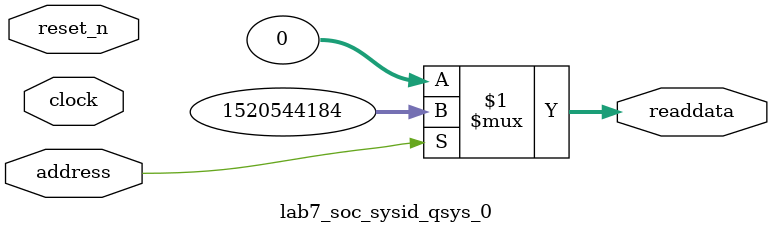
<source format=v>

`timescale 1ns / 1ps
// synthesis translate_on

// turn off superfluous verilog processor warnings 
// altera message_level Level1 
// altera message_off 10034 10035 10036 10037 10230 10240 10030 

module lab7_soc_sysid_qsys_0 (
               // inputs:
                address,
                clock,
                reset_n,

               // outputs:
                readdata
             )
;

  output  [ 31: 0] readdata;
  input            address;
  input            clock;
  input            reset_n;

  wire    [ 31: 0] readdata;
  //control_slave, which is an e_avalon_slave
  assign readdata = address ? 1520544184 : 0;

endmodule




</source>
